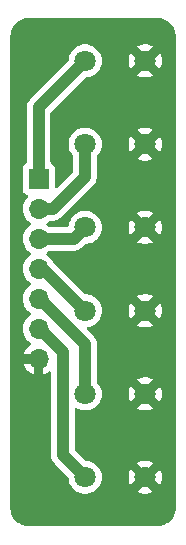
<source format=gbr>
%TF.GenerationSoftware,KiCad,Pcbnew,8.0.3*%
%TF.CreationDate,2024-06-18T10:03:54-04:00*%
%TF.ProjectId,breadboard_buttons,62726561-6462-46f6-9172-645f62757474,rev?*%
%TF.SameCoordinates,PX80befc0PY243d580*%
%TF.FileFunction,Copper,L2,Bot*%
%TF.FilePolarity,Positive*%
%FSLAX46Y46*%
G04 Gerber Fmt 4.6, Leading zero omitted, Abs format (unit mm)*
G04 Created by KiCad (PCBNEW 8.0.3) date 2024-06-18 10:03:54*
%MOMM*%
%LPD*%
G01*
G04 APERTURE LIST*
%TA.AperFunction,ComponentPad*%
%ADD10C,1.800000*%
%TD*%
%TA.AperFunction,ComponentPad*%
%ADD11O,1.700000X1.700000*%
%TD*%
%TA.AperFunction,ComponentPad*%
%ADD12R,1.700000X1.700000*%
%TD*%
%TA.AperFunction,Conductor*%
%ADD13C,1.000000*%
%TD*%
G04 APERTURE END LIST*
D10*
%TO.P,SW6,1,1*%
%TO.N,Net-(J1-Pin_6)*%
X7833000Y-40360000D03*
%TO.P,SW6,2,2*%
%TO.N,GND*%
X12913000Y-40360000D03*
%TD*%
%TO.P,SW5,1,1*%
%TO.N,Net-(J1-Pin_5)*%
X7833000Y-33310000D03*
%TO.P,SW5,2,2*%
%TO.N,GND*%
X12913000Y-33310000D03*
%TD*%
%TO.P,SW4,1,1*%
%TO.N,Net-(J1-Pin_4)*%
X7833000Y-26260000D03*
%TO.P,SW4,2,2*%
%TO.N,GND*%
X12913000Y-26260000D03*
%TD*%
%TO.P,SW3,1,1*%
%TO.N,Net-(J1-Pin_3)*%
X7833000Y-19210000D03*
%TO.P,SW3,2,2*%
%TO.N,GND*%
X12913000Y-19210000D03*
%TD*%
%TO.P,SW2,1,1*%
%TO.N,Net-(J1-Pin_2)*%
X7833000Y-12160000D03*
%TO.P,SW2,2,2*%
%TO.N,GND*%
X12913000Y-12160000D03*
%TD*%
%TO.P,SW1,1,1*%
%TO.N,Net-(J1-Pin_1)*%
X7833000Y-5110000D03*
%TO.P,SW1,2,2*%
%TO.N,GND*%
X12913000Y-5110000D03*
%TD*%
D11*
%TO.P,J1,7,Pin_7*%
%TO.N,GND*%
X3900000Y-30340000D03*
%TO.P,J1,6,Pin_6*%
%TO.N,Net-(J1-Pin_6)*%
X3900000Y-27800000D03*
%TO.P,J1,5,Pin_5*%
%TO.N,Net-(J1-Pin_5)*%
X3900000Y-25260000D03*
%TO.P,J1,4,Pin_4*%
%TO.N,Net-(J1-Pin_4)*%
X3900000Y-22720000D03*
%TO.P,J1,3,Pin_3*%
%TO.N,Net-(J1-Pin_3)*%
X3900000Y-20180000D03*
%TO.P,J1,2,Pin_2*%
%TO.N,Net-(J1-Pin_2)*%
X3900000Y-17640000D03*
D12*
%TO.P,J1,1,Pin_1*%
%TO.N,Net-(J1-Pin_1)*%
X3900000Y-15100000D03*
%TD*%
D13*
%TO.N,Net-(J1-Pin_6)*%
X3900000Y-27800000D02*
X3976296Y-27800000D01*
X5933000Y-38460000D02*
X7833000Y-40360000D01*
X3976296Y-27800000D02*
X5933000Y-29756704D01*
X5933000Y-29756704D02*
X5933000Y-38460000D01*
%TO.N,Net-(J1-Pin_5)*%
X3900000Y-25260000D02*
X3976296Y-25260000D01*
X3976296Y-25260000D02*
X7833000Y-29116704D01*
X7833000Y-29116704D02*
X7833000Y-33310000D01*
%TO.N,Net-(J1-Pin_4)*%
X3900000Y-22720000D02*
X4293000Y-22720000D01*
X4293000Y-22720000D02*
X7833000Y-26260000D01*
%TO.N,Net-(J1-Pin_3)*%
X3900000Y-20180000D02*
X6863000Y-20180000D01*
X6863000Y-20180000D02*
X7833000Y-19210000D01*
%TO.N,Net-(J1-Pin_2)*%
X3900000Y-17640000D02*
X5102081Y-17640000D01*
X5102081Y-17640000D02*
X7833000Y-14909081D01*
X7833000Y-14909081D02*
X7833000Y-12160000D01*
%TO.N,Net-(J1-Pin_1)*%
X3900000Y-15100000D02*
X3900000Y-9043000D01*
X3900000Y-9043000D02*
X7833000Y-5110000D01*
%TD*%
%TA.AperFunction,Conductor*%
%TO.N,GND*%
G36*
X4243039Y-29959685D02*
G01*
X4288794Y-30012489D01*
X4291351Y-30024245D01*
X4220036Y-29952930D01*
X4243039Y-29959685D01*
G37*
%TD.AperFunction*%
%TA.AperFunction,Conductor*%
G36*
X14004418Y-1500816D02*
G01*
X14204561Y-1515130D01*
X14222063Y-1517647D01*
X14413797Y-1559355D01*
X14430755Y-1564334D01*
X14614609Y-1632909D01*
X14630701Y-1640259D01*
X14802904Y-1734288D01*
X14817784Y-1743849D01*
X14974867Y-1861441D01*
X14988237Y-1873027D01*
X15126972Y-2011762D01*
X15138558Y-2025132D01*
X15256146Y-2182210D01*
X15265711Y-2197095D01*
X15359740Y-2369298D01*
X15367090Y-2385390D01*
X15435662Y-2569236D01*
X15440646Y-2586212D01*
X15482351Y-2777931D01*
X15484869Y-2795442D01*
X15499184Y-2995580D01*
X15499500Y-3004427D01*
X15499500Y-42995572D01*
X15499184Y-43004419D01*
X15484869Y-43204557D01*
X15482351Y-43222068D01*
X15440646Y-43413787D01*
X15435662Y-43430763D01*
X15367090Y-43614609D01*
X15359740Y-43630701D01*
X15265711Y-43802904D01*
X15256146Y-43817789D01*
X15138558Y-43974867D01*
X15126972Y-43988237D01*
X14988237Y-44126972D01*
X14974867Y-44138558D01*
X14817789Y-44256146D01*
X14802904Y-44265711D01*
X14630701Y-44359740D01*
X14614609Y-44367090D01*
X14430763Y-44435662D01*
X14413787Y-44440646D01*
X14222068Y-44482351D01*
X14204557Y-44484869D01*
X14023779Y-44497799D01*
X14004417Y-44499184D01*
X13995572Y-44499500D01*
X3004428Y-44499500D01*
X2995582Y-44499184D01*
X2973622Y-44497613D01*
X2795442Y-44484869D01*
X2777931Y-44482351D01*
X2586212Y-44440646D01*
X2569236Y-44435662D01*
X2385390Y-44367090D01*
X2369298Y-44359740D01*
X2197095Y-44265711D01*
X2182210Y-44256146D01*
X2025132Y-44138558D01*
X2011762Y-44126972D01*
X1873027Y-43988237D01*
X1861441Y-43974867D01*
X1743849Y-43817784D01*
X1734288Y-43802904D01*
X1640259Y-43630701D01*
X1632909Y-43614609D01*
X1572091Y-43451551D01*
X1564334Y-43430755D01*
X1559355Y-43413797D01*
X1517647Y-43222063D01*
X1515130Y-43204556D01*
X1500816Y-43004418D01*
X1500500Y-42995572D01*
X1500500Y-30740000D01*
X2609557Y-30740000D01*
X2626565Y-30803481D01*
X2626570Y-30803492D01*
X2726399Y-31017578D01*
X2861894Y-31211082D01*
X3028917Y-31378105D01*
X3222421Y-31513600D01*
X3436507Y-31613429D01*
X3436518Y-31613434D01*
X3499999Y-31630443D01*
X3500000Y-31630442D01*
X3500000Y-30740000D01*
X2609557Y-30740000D01*
X1500500Y-30740000D01*
X1500500Y-17639999D01*
X2544341Y-17639999D01*
X2544341Y-17640000D01*
X2564936Y-17875403D01*
X2564938Y-17875413D01*
X2626094Y-18103655D01*
X2626096Y-18103659D01*
X2626097Y-18103663D01*
X2659868Y-18176084D01*
X2725965Y-18317830D01*
X2725967Y-18317834D01*
X2861501Y-18511395D01*
X2861506Y-18511402D01*
X3028597Y-18678493D01*
X3028603Y-18678498D01*
X3214158Y-18808425D01*
X3257783Y-18863002D01*
X3264977Y-18932500D01*
X3233454Y-18994855D01*
X3214158Y-19011575D01*
X3028597Y-19141505D01*
X2861505Y-19308597D01*
X2725965Y-19502169D01*
X2725964Y-19502171D01*
X2626098Y-19716335D01*
X2626094Y-19716344D01*
X2564938Y-19944586D01*
X2564936Y-19944596D01*
X2544341Y-20179999D01*
X2544341Y-20180000D01*
X2564936Y-20415403D01*
X2564938Y-20415413D01*
X2626094Y-20643655D01*
X2626096Y-20643659D01*
X2626097Y-20643663D01*
X2703990Y-20810705D01*
X2725965Y-20857830D01*
X2725967Y-20857834D01*
X2861501Y-21051395D01*
X2861506Y-21051402D01*
X3028597Y-21218493D01*
X3028603Y-21218498D01*
X3214158Y-21348425D01*
X3257783Y-21403002D01*
X3264977Y-21472500D01*
X3233454Y-21534855D01*
X3214158Y-21551575D01*
X3028597Y-21681505D01*
X2861505Y-21848597D01*
X2725965Y-22042169D01*
X2725964Y-22042171D01*
X2626098Y-22256335D01*
X2626094Y-22256344D01*
X2564938Y-22484586D01*
X2564936Y-22484596D01*
X2544341Y-22719999D01*
X2544341Y-22720000D01*
X2564936Y-22955403D01*
X2564938Y-22955413D01*
X2626094Y-23183655D01*
X2626096Y-23183659D01*
X2626097Y-23183663D01*
X2725965Y-23397830D01*
X2725967Y-23397834D01*
X2861501Y-23591395D01*
X2861506Y-23591402D01*
X3028597Y-23758493D01*
X3028603Y-23758498D01*
X3214158Y-23888425D01*
X3257783Y-23943002D01*
X3264977Y-24012500D01*
X3233454Y-24074855D01*
X3214158Y-24091575D01*
X3028597Y-24221505D01*
X2861505Y-24388597D01*
X2725965Y-24582169D01*
X2725964Y-24582171D01*
X2626098Y-24796335D01*
X2626094Y-24796344D01*
X2564938Y-25024586D01*
X2564936Y-25024596D01*
X2544341Y-25259999D01*
X2544341Y-25260000D01*
X2564936Y-25495403D01*
X2564938Y-25495413D01*
X2626094Y-25723655D01*
X2626096Y-25723659D01*
X2626097Y-25723663D01*
X2689626Y-25859901D01*
X2725965Y-25937830D01*
X2725967Y-25937834D01*
X2861501Y-26131395D01*
X2861506Y-26131402D01*
X3028597Y-26298493D01*
X3028603Y-26298498D01*
X3214158Y-26428425D01*
X3257783Y-26483002D01*
X3264977Y-26552500D01*
X3233454Y-26614855D01*
X3214158Y-26631575D01*
X3028597Y-26761505D01*
X2861505Y-26928597D01*
X2725965Y-27122169D01*
X2725964Y-27122171D01*
X2626098Y-27336335D01*
X2626094Y-27336344D01*
X2564938Y-27564586D01*
X2564936Y-27564596D01*
X2544341Y-27799999D01*
X2544341Y-27800000D01*
X2564936Y-28035403D01*
X2564938Y-28035413D01*
X2626094Y-28263655D01*
X2626096Y-28263659D01*
X2626097Y-28263663D01*
X2661491Y-28339565D01*
X2725965Y-28477830D01*
X2725967Y-28477834D01*
X2861501Y-28671395D01*
X2861506Y-28671402D01*
X3028597Y-28838493D01*
X3028603Y-28838498D01*
X3214594Y-28968730D01*
X3258219Y-29023307D01*
X3265413Y-29092805D01*
X3233890Y-29155160D01*
X3214595Y-29171880D01*
X3028922Y-29301890D01*
X3028920Y-29301891D01*
X2861891Y-29468920D01*
X2861886Y-29468926D01*
X2726400Y-29662420D01*
X2726399Y-29662422D01*
X2626570Y-29876507D01*
X2626565Y-29876518D01*
X2609556Y-29939999D01*
X2609557Y-29940000D01*
X3592894Y-29940000D01*
X3499901Y-30032993D01*
X3434075Y-30147007D01*
X3400000Y-30274174D01*
X3400000Y-30405826D01*
X3434075Y-30532993D01*
X3499901Y-30647007D01*
X3592993Y-30740099D01*
X3707007Y-30805925D01*
X3834174Y-30840000D01*
X3965826Y-30840000D01*
X4092993Y-30805925D01*
X4207007Y-30740099D01*
X4300000Y-30647106D01*
X4300000Y-31630443D01*
X4363481Y-31613434D01*
X4363492Y-31613429D01*
X4577579Y-31513599D01*
X4577585Y-31513595D01*
X4737376Y-31401708D01*
X4803582Y-31379380D01*
X4871349Y-31396390D01*
X4919163Y-31447337D01*
X4932500Y-31503282D01*
X4932500Y-38558541D01*
X4932500Y-38558543D01*
X4932499Y-38558543D01*
X4970947Y-38751829D01*
X4970950Y-38751839D01*
X5046364Y-38933907D01*
X5046371Y-38933920D01*
X5155859Y-39097780D01*
X5155860Y-39097781D01*
X5155861Y-39097782D01*
X5295218Y-39237139D01*
X5295219Y-39237139D01*
X5302286Y-39244206D01*
X5302285Y-39244206D01*
X5302289Y-39244209D01*
X6396427Y-40338347D01*
X6429912Y-40399670D01*
X6432322Y-40415788D01*
X6446864Y-40591297D01*
X6446866Y-40591308D01*
X6503842Y-40816300D01*
X6597075Y-41028848D01*
X6724016Y-41223147D01*
X6724019Y-41223151D01*
X6724021Y-41223153D01*
X6881216Y-41393913D01*
X6881219Y-41393915D01*
X6881222Y-41393918D01*
X7064365Y-41536464D01*
X7064371Y-41536468D01*
X7064374Y-41536470D01*
X7166107Y-41591525D01*
X7267652Y-41646479D01*
X7268497Y-41646936D01*
X7382487Y-41686068D01*
X7488015Y-41722297D01*
X7488017Y-41722297D01*
X7488019Y-41722298D01*
X7716951Y-41760500D01*
X7716952Y-41760500D01*
X7949048Y-41760500D01*
X7949049Y-41760500D01*
X8177981Y-41722298D01*
X8397503Y-41646936D01*
X8499893Y-41591525D01*
X12247159Y-41591525D01*
X12348698Y-41646476D01*
X12348706Y-41646479D01*
X12568139Y-41721811D01*
X12796993Y-41760000D01*
X13029007Y-41760000D01*
X13257860Y-41721811D01*
X13477292Y-41646480D01*
X13578839Y-41591525D01*
X12913001Y-40925685D01*
X12913000Y-40925685D01*
X12247159Y-41591525D01*
X8499893Y-41591525D01*
X8601626Y-41536470D01*
X8784784Y-41393913D01*
X8941979Y-41223153D01*
X9068924Y-41028849D01*
X9162157Y-40816300D01*
X9219134Y-40591305D01*
X9219135Y-40591297D01*
X9238300Y-40360006D01*
X9238300Y-40359994D01*
X11508202Y-40359994D01*
X11508202Y-40360005D01*
X11527361Y-40591218D01*
X11584317Y-40816135D01*
X11677515Y-41028605D01*
X11677517Y-41028610D01*
X11677986Y-41029326D01*
X12347314Y-40360000D01*
X12281488Y-40294174D01*
X12413000Y-40294174D01*
X12413000Y-40425826D01*
X12447075Y-40552993D01*
X12512901Y-40667007D01*
X12605993Y-40760099D01*
X12720007Y-40825925D01*
X12847174Y-40860000D01*
X12978826Y-40860000D01*
X13105993Y-40825925D01*
X13220007Y-40760099D01*
X13313099Y-40667007D01*
X13378925Y-40552993D01*
X13413000Y-40425826D01*
X13413000Y-40360000D01*
X13478684Y-40360000D01*
X14148012Y-41029327D01*
X14148013Y-41029326D01*
X14148480Y-41028614D01*
X14148484Y-41028606D01*
X14241682Y-40816135D01*
X14298638Y-40591218D01*
X14317798Y-40360005D01*
X14317798Y-40359994D01*
X14298638Y-40128781D01*
X14241682Y-39903864D01*
X14148485Y-39691394D01*
X14148479Y-39691384D01*
X14148013Y-39690672D01*
X13478684Y-40360000D01*
X13413000Y-40360000D01*
X13413000Y-40294174D01*
X13378925Y-40167007D01*
X13313099Y-40052993D01*
X13220007Y-39959901D01*
X13105993Y-39894075D01*
X12978826Y-39860000D01*
X12847174Y-39860000D01*
X12720007Y-39894075D01*
X12605993Y-39959901D01*
X12512901Y-40052993D01*
X12447075Y-40167007D01*
X12413000Y-40294174D01*
X12281488Y-40294174D01*
X11677986Y-39690672D01*
X11677985Y-39690672D01*
X11677519Y-39691385D01*
X11677516Y-39691391D01*
X11584317Y-39903864D01*
X11527361Y-40128781D01*
X11508202Y-40359994D01*
X9238300Y-40359994D01*
X9238300Y-40359993D01*
X9219135Y-40128702D01*
X9219133Y-40128691D01*
X9162157Y-39903699D01*
X9068924Y-39691151D01*
X8941983Y-39496852D01*
X8941980Y-39496849D01*
X8941979Y-39496847D01*
X8784784Y-39326087D01*
X8784779Y-39326083D01*
X8784777Y-39326081D01*
X8601634Y-39183535D01*
X8601628Y-39183531D01*
X8499890Y-39128473D01*
X12247158Y-39128473D01*
X12913000Y-39794314D01*
X12913001Y-39794314D01*
X13578839Y-39128473D01*
X13578840Y-39128473D01*
X13477301Y-39073523D01*
X13477293Y-39073520D01*
X13257860Y-38998188D01*
X13029007Y-38960000D01*
X12796993Y-38960000D01*
X12568139Y-38998188D01*
X12348703Y-39073521D01*
X12348692Y-39073526D01*
X12247158Y-39128473D01*
X8499890Y-39128473D01*
X8397504Y-39073064D01*
X8397495Y-39073061D01*
X8177984Y-38997702D01*
X8006282Y-38969050D01*
X7949049Y-38959500D01*
X7949048Y-38959500D01*
X7898783Y-38959500D01*
X7831744Y-38939815D01*
X7811102Y-38923181D01*
X6969819Y-38081898D01*
X6936334Y-38020575D01*
X6933500Y-37994217D01*
X6933500Y-34623743D01*
X6953185Y-34556704D01*
X7005989Y-34510949D01*
X7075147Y-34501005D01*
X7116518Y-34514689D01*
X7268486Y-34596931D01*
X7268492Y-34596933D01*
X7268497Y-34596936D01*
X7346583Y-34623743D01*
X7488015Y-34672297D01*
X7488017Y-34672297D01*
X7488019Y-34672298D01*
X7716951Y-34710500D01*
X7716952Y-34710500D01*
X7949048Y-34710500D01*
X7949049Y-34710500D01*
X8177981Y-34672298D01*
X8397503Y-34596936D01*
X8499893Y-34541525D01*
X12247159Y-34541525D01*
X12348698Y-34596476D01*
X12348706Y-34596479D01*
X12568139Y-34671811D01*
X12796993Y-34710000D01*
X13029007Y-34710000D01*
X13257860Y-34671811D01*
X13477292Y-34596480D01*
X13578839Y-34541525D01*
X12913001Y-33875685D01*
X12913000Y-33875685D01*
X12247159Y-34541525D01*
X8499893Y-34541525D01*
X8601626Y-34486470D01*
X8784784Y-34343913D01*
X8941979Y-34173153D01*
X9068924Y-33978849D01*
X9162157Y-33766300D01*
X9219134Y-33541305D01*
X9219135Y-33541297D01*
X9238300Y-33310006D01*
X9238300Y-33309994D01*
X11508202Y-33309994D01*
X11508202Y-33310005D01*
X11527361Y-33541218D01*
X11584317Y-33766135D01*
X11677515Y-33978605D01*
X11677517Y-33978610D01*
X11677986Y-33979326D01*
X12347314Y-33310000D01*
X12281488Y-33244174D01*
X12413000Y-33244174D01*
X12413000Y-33375826D01*
X12447075Y-33502993D01*
X12512901Y-33617007D01*
X12605993Y-33710099D01*
X12720007Y-33775925D01*
X12847174Y-33810000D01*
X12978826Y-33810000D01*
X13105993Y-33775925D01*
X13220007Y-33710099D01*
X13313099Y-33617007D01*
X13378925Y-33502993D01*
X13413000Y-33375826D01*
X13413000Y-33310000D01*
X13478684Y-33310000D01*
X14148012Y-33979327D01*
X14148013Y-33979326D01*
X14148480Y-33978614D01*
X14148484Y-33978606D01*
X14241682Y-33766135D01*
X14298638Y-33541218D01*
X14317798Y-33310005D01*
X14317798Y-33309994D01*
X14298638Y-33078781D01*
X14241682Y-32853864D01*
X14148485Y-32641394D01*
X14148479Y-32641384D01*
X14148013Y-32640672D01*
X13478684Y-33310000D01*
X13413000Y-33310000D01*
X13413000Y-33244174D01*
X13378925Y-33117007D01*
X13313099Y-33002993D01*
X13220007Y-32909901D01*
X13105993Y-32844075D01*
X12978826Y-32810000D01*
X12847174Y-32810000D01*
X12720007Y-32844075D01*
X12605993Y-32909901D01*
X12512901Y-33002993D01*
X12447075Y-33117007D01*
X12413000Y-33244174D01*
X12281488Y-33244174D01*
X11677986Y-32640672D01*
X11677985Y-32640672D01*
X11677519Y-32641385D01*
X11677516Y-32641391D01*
X11584317Y-32853864D01*
X11527361Y-33078781D01*
X11508202Y-33309994D01*
X9238300Y-33309994D01*
X9238300Y-33309993D01*
X9219135Y-33078702D01*
X9219133Y-33078691D01*
X9162157Y-32853699D01*
X9068924Y-32641151D01*
X8941979Y-32446846D01*
X8941977Y-32446844D01*
X8866270Y-32364603D01*
X8835348Y-32301948D01*
X8833500Y-32280621D01*
X8833500Y-32078473D01*
X12247158Y-32078473D01*
X12913000Y-32744314D01*
X12913001Y-32744314D01*
X13578839Y-32078473D01*
X13578840Y-32078473D01*
X13477301Y-32023523D01*
X13477293Y-32023520D01*
X13257860Y-31948188D01*
X13029007Y-31910000D01*
X12796993Y-31910000D01*
X12568139Y-31948188D01*
X12348703Y-32023521D01*
X12348692Y-32023526D01*
X12247158Y-32078473D01*
X8833500Y-32078473D01*
X8833500Y-29018162D01*
X8833499Y-29018159D01*
X8804043Y-28870071D01*
X8795053Y-28824874D01*
X8795051Y-28824869D01*
X8766609Y-28756204D01*
X8766609Y-28756203D01*
X8719635Y-28642797D01*
X8719634Y-28642796D01*
X8719632Y-28642790D01*
X8719628Y-28642784D01*
X8610139Y-28478921D01*
X8467686Y-28336468D01*
X8467655Y-28336439D01*
X7984555Y-27853339D01*
X7951070Y-27792016D01*
X7956054Y-27722324D01*
X7997926Y-27666391D01*
X8051825Y-27643349D01*
X8177981Y-27622298D01*
X8397503Y-27546936D01*
X8499893Y-27491525D01*
X12247159Y-27491525D01*
X12348698Y-27546476D01*
X12348706Y-27546479D01*
X12568139Y-27621811D01*
X12796993Y-27660000D01*
X13029007Y-27660000D01*
X13257860Y-27621811D01*
X13477292Y-27546480D01*
X13578839Y-27491525D01*
X12913001Y-26825685D01*
X12913000Y-26825685D01*
X12247159Y-27491525D01*
X8499893Y-27491525D01*
X8601626Y-27436470D01*
X8784784Y-27293913D01*
X8941979Y-27123153D01*
X9068924Y-26928849D01*
X9162157Y-26716300D01*
X9219134Y-26491305D01*
X9219135Y-26491297D01*
X9238300Y-26260006D01*
X9238300Y-26259994D01*
X11508202Y-26259994D01*
X11508202Y-26260005D01*
X11527361Y-26491218D01*
X11584317Y-26716135D01*
X11677515Y-26928605D01*
X11677517Y-26928610D01*
X11677986Y-26929326D01*
X12347314Y-26260000D01*
X12281488Y-26194174D01*
X12413000Y-26194174D01*
X12413000Y-26325826D01*
X12447075Y-26452993D01*
X12512901Y-26567007D01*
X12605993Y-26660099D01*
X12720007Y-26725925D01*
X12847174Y-26760000D01*
X12978826Y-26760000D01*
X13105993Y-26725925D01*
X13220007Y-26660099D01*
X13313099Y-26567007D01*
X13378925Y-26452993D01*
X13413000Y-26325826D01*
X13413000Y-26260000D01*
X13478684Y-26260000D01*
X14148012Y-26929327D01*
X14148013Y-26929326D01*
X14148480Y-26928614D01*
X14148484Y-26928606D01*
X14241682Y-26716135D01*
X14298638Y-26491218D01*
X14317798Y-26260005D01*
X14317798Y-26259994D01*
X14298638Y-26028781D01*
X14241682Y-25803864D01*
X14148485Y-25591394D01*
X14148479Y-25591384D01*
X14148013Y-25590672D01*
X13478684Y-26260000D01*
X13413000Y-26260000D01*
X13413000Y-26194174D01*
X13378925Y-26067007D01*
X13313099Y-25952993D01*
X13220007Y-25859901D01*
X13105993Y-25794075D01*
X12978826Y-25760000D01*
X12847174Y-25760000D01*
X12720007Y-25794075D01*
X12605993Y-25859901D01*
X12512901Y-25952993D01*
X12447075Y-26067007D01*
X12413000Y-26194174D01*
X12281488Y-26194174D01*
X11677986Y-25590672D01*
X11677985Y-25590672D01*
X11677519Y-25591385D01*
X11677516Y-25591391D01*
X11584317Y-25803864D01*
X11527361Y-26028781D01*
X11508202Y-26259994D01*
X9238300Y-26259994D01*
X9238300Y-26259993D01*
X9219135Y-26028702D01*
X9219133Y-26028691D01*
X9162157Y-25803699D01*
X9068924Y-25591151D01*
X8941983Y-25396852D01*
X8941980Y-25396849D01*
X8941979Y-25396847D01*
X8784784Y-25226087D01*
X8784779Y-25226083D01*
X8784777Y-25226081D01*
X8601634Y-25083535D01*
X8601628Y-25083531D01*
X8499890Y-25028473D01*
X12247158Y-25028473D01*
X12913000Y-25694314D01*
X12913001Y-25694314D01*
X13578839Y-25028473D01*
X13578840Y-25028473D01*
X13477301Y-24973523D01*
X13477293Y-24973520D01*
X13257860Y-24898188D01*
X13029007Y-24860000D01*
X12796993Y-24860000D01*
X12568139Y-24898188D01*
X12348703Y-24973521D01*
X12348692Y-24973526D01*
X12247158Y-25028473D01*
X8499890Y-25028473D01*
X8397504Y-24973064D01*
X8397495Y-24973061D01*
X8177984Y-24897702D01*
X8006282Y-24869050D01*
X7949049Y-24859500D01*
X7949048Y-24859500D01*
X7898782Y-24859500D01*
X7831743Y-24839815D01*
X7811101Y-24823181D01*
X5127892Y-22139972D01*
X5103191Y-22104696D01*
X5074035Y-22042171D01*
X5074034Y-22042169D01*
X4938494Y-21848597D01*
X4771402Y-21681506D01*
X4771396Y-21681501D01*
X4585842Y-21551575D01*
X4542217Y-21496998D01*
X4535023Y-21427500D01*
X4566546Y-21365145D01*
X4585842Y-21348425D01*
X4608026Y-21332891D01*
X4771401Y-21218495D01*
X4773077Y-21216819D01*
X4773995Y-21216317D01*
X4775544Y-21215018D01*
X4775805Y-21215329D01*
X4834400Y-21183334D01*
X4860758Y-21180500D01*
X6961542Y-21180500D01*
X6980870Y-21176655D01*
X7058188Y-21161275D01*
X7154836Y-21142051D01*
X7208165Y-21119961D01*
X7336914Y-21066632D01*
X7500782Y-20957139D01*
X7640139Y-20817782D01*
X7640141Y-20817778D01*
X7811102Y-20646817D01*
X7872425Y-20613334D01*
X7898782Y-20610500D01*
X7949048Y-20610500D01*
X7949049Y-20610500D01*
X8177981Y-20572298D01*
X8397503Y-20496936D01*
X8499893Y-20441525D01*
X12247159Y-20441525D01*
X12348698Y-20496476D01*
X12348706Y-20496479D01*
X12568139Y-20571811D01*
X12796993Y-20610000D01*
X13029007Y-20610000D01*
X13257860Y-20571811D01*
X13477292Y-20496480D01*
X13578839Y-20441525D01*
X12913001Y-19775685D01*
X12913000Y-19775685D01*
X12247159Y-20441525D01*
X8499893Y-20441525D01*
X8601626Y-20386470D01*
X8784784Y-20243913D01*
X8941979Y-20073153D01*
X9068924Y-19878849D01*
X9162157Y-19666300D01*
X9219134Y-19441305D01*
X9219135Y-19441297D01*
X9238300Y-19210006D01*
X9238300Y-19209994D01*
X11508202Y-19209994D01*
X11508202Y-19210005D01*
X11527361Y-19441218D01*
X11584317Y-19666135D01*
X11677515Y-19878605D01*
X11677517Y-19878610D01*
X11677986Y-19879326D01*
X12347314Y-19210000D01*
X12281488Y-19144174D01*
X12413000Y-19144174D01*
X12413000Y-19275826D01*
X12447075Y-19402993D01*
X12512901Y-19517007D01*
X12605993Y-19610099D01*
X12720007Y-19675925D01*
X12847174Y-19710000D01*
X12978826Y-19710000D01*
X13105993Y-19675925D01*
X13220007Y-19610099D01*
X13313099Y-19517007D01*
X13378925Y-19402993D01*
X13413000Y-19275826D01*
X13413000Y-19210000D01*
X13478684Y-19210000D01*
X14148012Y-19879327D01*
X14148013Y-19879326D01*
X14148480Y-19878614D01*
X14148484Y-19878606D01*
X14241682Y-19666135D01*
X14298638Y-19441218D01*
X14317798Y-19210005D01*
X14317798Y-19209994D01*
X14298638Y-18978781D01*
X14241682Y-18753864D01*
X14148485Y-18541394D01*
X14148479Y-18541384D01*
X14148013Y-18540672D01*
X13478684Y-19210000D01*
X13413000Y-19210000D01*
X13413000Y-19144174D01*
X13378925Y-19017007D01*
X13313099Y-18902993D01*
X13220007Y-18809901D01*
X13105993Y-18744075D01*
X12978826Y-18710000D01*
X12847174Y-18710000D01*
X12720007Y-18744075D01*
X12605993Y-18809901D01*
X12512901Y-18902993D01*
X12447075Y-19017007D01*
X12413000Y-19144174D01*
X12281488Y-19144174D01*
X11677986Y-18540672D01*
X11677985Y-18540672D01*
X11677519Y-18541385D01*
X11677516Y-18541391D01*
X11584317Y-18753864D01*
X11527361Y-18978781D01*
X11508202Y-19209994D01*
X9238300Y-19209994D01*
X9238300Y-19209993D01*
X9219135Y-18978702D01*
X9219133Y-18978691D01*
X9162157Y-18753699D01*
X9068924Y-18541151D01*
X8941983Y-18346852D01*
X8941980Y-18346849D01*
X8941979Y-18346847D01*
X8784784Y-18176087D01*
X8784779Y-18176083D01*
X8784777Y-18176081D01*
X8601634Y-18033535D01*
X8601628Y-18033531D01*
X8499890Y-17978473D01*
X12247158Y-17978473D01*
X12913000Y-18644314D01*
X12913001Y-18644314D01*
X13578839Y-17978473D01*
X13578840Y-17978473D01*
X13477301Y-17923523D01*
X13477293Y-17923520D01*
X13257860Y-17848188D01*
X13029007Y-17810000D01*
X12796993Y-17810000D01*
X12568139Y-17848188D01*
X12348703Y-17923521D01*
X12348692Y-17923526D01*
X12247158Y-17978473D01*
X8499890Y-17978473D01*
X8397504Y-17923064D01*
X8397495Y-17923061D01*
X8177984Y-17847702D01*
X8006282Y-17819050D01*
X7949049Y-17809500D01*
X7716951Y-17809500D01*
X7671164Y-17817140D01*
X7488015Y-17847702D01*
X7268504Y-17923061D01*
X7268495Y-17923064D01*
X7064371Y-18033531D01*
X7064365Y-18033535D01*
X6881222Y-18176081D01*
X6881219Y-18176084D01*
X6724016Y-18346852D01*
X6597075Y-18541151D01*
X6503842Y-18753699D01*
X6446866Y-18978691D01*
X6446866Y-18978695D01*
X6439653Y-19065740D01*
X6414500Y-19130925D01*
X6358098Y-19172163D01*
X6316077Y-19179500D01*
X4860758Y-19179500D01*
X4793719Y-19159815D01*
X4773077Y-19143181D01*
X4771402Y-19141506D01*
X4771396Y-19141501D01*
X4585842Y-19011575D01*
X4542217Y-18956998D01*
X4535023Y-18887500D01*
X4566546Y-18825145D01*
X4585842Y-18808425D01*
X4663997Y-18753700D01*
X4771401Y-18678495D01*
X4773077Y-18676819D01*
X4773995Y-18676317D01*
X4775544Y-18675018D01*
X4775805Y-18675329D01*
X4834400Y-18643334D01*
X4860758Y-18640500D01*
X5200623Y-18640500D01*
X5219951Y-18636655D01*
X5297269Y-18621275D01*
X5393917Y-18602051D01*
X5465937Y-18572219D01*
X5575995Y-18526632D01*
X5739863Y-18417139D01*
X5879220Y-18277782D01*
X5879220Y-18277780D01*
X5889428Y-18267573D01*
X5889429Y-18267570D01*
X8610140Y-15546862D01*
X8719632Y-15382995D01*
X8795052Y-15200916D01*
X8833500Y-15007621D01*
X8833500Y-14810540D01*
X8833500Y-13391525D01*
X12247159Y-13391525D01*
X12348698Y-13446476D01*
X12348706Y-13446479D01*
X12568139Y-13521811D01*
X12796993Y-13560000D01*
X13029007Y-13560000D01*
X13257860Y-13521811D01*
X13477292Y-13446480D01*
X13578839Y-13391525D01*
X12913001Y-12725685D01*
X12913000Y-12725685D01*
X12247159Y-13391525D01*
X8833500Y-13391525D01*
X8833500Y-13189377D01*
X8853185Y-13122338D01*
X8866264Y-13105401D01*
X8941979Y-13023153D01*
X9068924Y-12828849D01*
X9162157Y-12616300D01*
X9219134Y-12391305D01*
X9219135Y-12391297D01*
X9238300Y-12160006D01*
X9238300Y-12159994D01*
X11508202Y-12159994D01*
X11508202Y-12160005D01*
X11527361Y-12391218D01*
X11584317Y-12616135D01*
X11677515Y-12828605D01*
X11677517Y-12828610D01*
X11677986Y-12829326D01*
X12347314Y-12160000D01*
X12281488Y-12094174D01*
X12413000Y-12094174D01*
X12413000Y-12225826D01*
X12447075Y-12352993D01*
X12512901Y-12467007D01*
X12605993Y-12560099D01*
X12720007Y-12625925D01*
X12847174Y-12660000D01*
X12978826Y-12660000D01*
X13105993Y-12625925D01*
X13220007Y-12560099D01*
X13313099Y-12467007D01*
X13378925Y-12352993D01*
X13413000Y-12225826D01*
X13413000Y-12160000D01*
X13478684Y-12160000D01*
X14148012Y-12829327D01*
X14148013Y-12829326D01*
X14148480Y-12828614D01*
X14148484Y-12828606D01*
X14241682Y-12616135D01*
X14298638Y-12391218D01*
X14317798Y-12160005D01*
X14317798Y-12159994D01*
X14298638Y-11928781D01*
X14241682Y-11703864D01*
X14148485Y-11491394D01*
X14148479Y-11491384D01*
X14148013Y-11490672D01*
X13478684Y-12160000D01*
X13413000Y-12160000D01*
X13413000Y-12094174D01*
X13378925Y-11967007D01*
X13313099Y-11852993D01*
X13220007Y-11759901D01*
X13105993Y-11694075D01*
X12978826Y-11660000D01*
X12847174Y-11660000D01*
X12720007Y-11694075D01*
X12605993Y-11759901D01*
X12512901Y-11852993D01*
X12447075Y-11967007D01*
X12413000Y-12094174D01*
X12281488Y-12094174D01*
X11677986Y-11490672D01*
X11677985Y-11490672D01*
X11677519Y-11491385D01*
X11677516Y-11491391D01*
X11584317Y-11703864D01*
X11527361Y-11928781D01*
X11508202Y-12159994D01*
X9238300Y-12159994D01*
X9238300Y-12159993D01*
X9219135Y-11928702D01*
X9219133Y-11928691D01*
X9162157Y-11703699D01*
X9068924Y-11491151D01*
X8941983Y-11296852D01*
X8941980Y-11296849D01*
X8941979Y-11296847D01*
X8784784Y-11126087D01*
X8784779Y-11126083D01*
X8784777Y-11126081D01*
X8601634Y-10983535D01*
X8601628Y-10983531D01*
X8499890Y-10928473D01*
X12247158Y-10928473D01*
X12913000Y-11594314D01*
X12913001Y-11594314D01*
X13578839Y-10928473D01*
X13578840Y-10928473D01*
X13477301Y-10873523D01*
X13477293Y-10873520D01*
X13257860Y-10798188D01*
X13029007Y-10760000D01*
X12796993Y-10760000D01*
X12568139Y-10798188D01*
X12348703Y-10873521D01*
X12348692Y-10873526D01*
X12247158Y-10928473D01*
X8499890Y-10928473D01*
X8397504Y-10873064D01*
X8397495Y-10873061D01*
X8177984Y-10797702D01*
X8006282Y-10769050D01*
X7949049Y-10759500D01*
X7716951Y-10759500D01*
X7671164Y-10767140D01*
X7488015Y-10797702D01*
X7268504Y-10873061D01*
X7268495Y-10873064D01*
X7064371Y-10983531D01*
X7064365Y-10983535D01*
X6881222Y-11126081D01*
X6881219Y-11126084D01*
X6724016Y-11296852D01*
X6597075Y-11491151D01*
X6503842Y-11703699D01*
X6446866Y-11928691D01*
X6446864Y-11928702D01*
X6427700Y-12159993D01*
X6427700Y-12160006D01*
X6446864Y-12391297D01*
X6446866Y-12391308D01*
X6503842Y-12616300D01*
X6597075Y-12828848D01*
X6724016Y-13023147D01*
X6724019Y-13023151D01*
X6724021Y-13023153D01*
X6799731Y-13105396D01*
X6830652Y-13168049D01*
X6832500Y-13189377D01*
X6832500Y-14443298D01*
X6812815Y-14510337D01*
X6796181Y-14530979D01*
X5462180Y-15864979D01*
X5400857Y-15898464D01*
X5331165Y-15893480D01*
X5275232Y-15851608D01*
X5250815Y-15786144D01*
X5250499Y-15777322D01*
X5250499Y-14202128D01*
X5244091Y-14142517D01*
X5193796Y-14007669D01*
X5193795Y-14007668D01*
X5193793Y-14007664D01*
X5107547Y-13892455D01*
X5107544Y-13892452D01*
X4992335Y-13806206D01*
X4992332Y-13806205D01*
X4992331Y-13806204D01*
X4981161Y-13802038D01*
X4925231Y-13760166D01*
X4900816Y-13694701D01*
X4900500Y-13685858D01*
X4900500Y-9508782D01*
X4920185Y-9441743D01*
X4936819Y-9421101D01*
X7811101Y-6546819D01*
X7872424Y-6513334D01*
X7898782Y-6510500D01*
X7949048Y-6510500D01*
X7949049Y-6510500D01*
X8177981Y-6472298D01*
X8397503Y-6396936D01*
X8499893Y-6341525D01*
X12247159Y-6341525D01*
X12348698Y-6396476D01*
X12348706Y-6396479D01*
X12568139Y-6471811D01*
X12796993Y-6510000D01*
X13029007Y-6510000D01*
X13257860Y-6471811D01*
X13477292Y-6396480D01*
X13578839Y-6341525D01*
X12913001Y-5675685D01*
X12913000Y-5675685D01*
X12247159Y-6341525D01*
X8499893Y-6341525D01*
X8601626Y-6286470D01*
X8784784Y-6143913D01*
X8941979Y-5973153D01*
X9068924Y-5778849D01*
X9162157Y-5566300D01*
X9219134Y-5341305D01*
X9219135Y-5341297D01*
X9238300Y-5110006D01*
X9238300Y-5109994D01*
X11508202Y-5109994D01*
X11508202Y-5110005D01*
X11527361Y-5341218D01*
X11584317Y-5566135D01*
X11677515Y-5778605D01*
X11677517Y-5778610D01*
X11677986Y-5779326D01*
X12347314Y-5110000D01*
X12281488Y-5044174D01*
X12413000Y-5044174D01*
X12413000Y-5175826D01*
X12447075Y-5302993D01*
X12512901Y-5417007D01*
X12605993Y-5510099D01*
X12720007Y-5575925D01*
X12847174Y-5610000D01*
X12978826Y-5610000D01*
X13105993Y-5575925D01*
X13220007Y-5510099D01*
X13313099Y-5417007D01*
X13378925Y-5302993D01*
X13413000Y-5175826D01*
X13413000Y-5110000D01*
X13478684Y-5110000D01*
X14148012Y-5779327D01*
X14148013Y-5779326D01*
X14148480Y-5778614D01*
X14148484Y-5778606D01*
X14241682Y-5566135D01*
X14298638Y-5341218D01*
X14317798Y-5110005D01*
X14317798Y-5109994D01*
X14298638Y-4878781D01*
X14241682Y-4653864D01*
X14148485Y-4441394D01*
X14148479Y-4441384D01*
X14148013Y-4440672D01*
X13478684Y-5110000D01*
X13413000Y-5110000D01*
X13413000Y-5044174D01*
X13378925Y-4917007D01*
X13313099Y-4802993D01*
X13220007Y-4709901D01*
X13105993Y-4644075D01*
X12978826Y-4610000D01*
X12847174Y-4610000D01*
X12720007Y-4644075D01*
X12605993Y-4709901D01*
X12512901Y-4802993D01*
X12447075Y-4917007D01*
X12413000Y-5044174D01*
X12281488Y-5044174D01*
X11677986Y-4440672D01*
X11677985Y-4440672D01*
X11677519Y-4441385D01*
X11677516Y-4441391D01*
X11584317Y-4653864D01*
X11527361Y-4878781D01*
X11508202Y-5109994D01*
X9238300Y-5109994D01*
X9238300Y-5109993D01*
X9219135Y-4878702D01*
X9219133Y-4878691D01*
X9162157Y-4653699D01*
X9068924Y-4441151D01*
X8941983Y-4246852D01*
X8941980Y-4246849D01*
X8941979Y-4246847D01*
X8784784Y-4076087D01*
X8784779Y-4076083D01*
X8784777Y-4076081D01*
X8601634Y-3933535D01*
X8601628Y-3933531D01*
X8499890Y-3878473D01*
X12247158Y-3878473D01*
X12913000Y-4544314D01*
X12913001Y-4544314D01*
X13578839Y-3878473D01*
X13578840Y-3878473D01*
X13477301Y-3823523D01*
X13477293Y-3823520D01*
X13257860Y-3748188D01*
X13029007Y-3710000D01*
X12796993Y-3710000D01*
X12568139Y-3748188D01*
X12348703Y-3823521D01*
X12348692Y-3823526D01*
X12247158Y-3878473D01*
X8499890Y-3878473D01*
X8397504Y-3823064D01*
X8397495Y-3823061D01*
X8177984Y-3747702D01*
X8006282Y-3719050D01*
X7949049Y-3709500D01*
X7716951Y-3709500D01*
X7671164Y-3717140D01*
X7488015Y-3747702D01*
X7268504Y-3823061D01*
X7268495Y-3823064D01*
X7064371Y-3933531D01*
X7064365Y-3933535D01*
X6881222Y-4076081D01*
X6881219Y-4076084D01*
X6724016Y-4246852D01*
X6597075Y-4441151D01*
X6503842Y-4653699D01*
X6446866Y-4878691D01*
X6446864Y-4878703D01*
X6432322Y-5054210D01*
X6407169Y-5119395D01*
X6396427Y-5131651D01*
X3262221Y-8265858D01*
X3262218Y-8265861D01*
X3192538Y-8335540D01*
X3122859Y-8405219D01*
X3013371Y-8569079D01*
X3013364Y-8569092D01*
X2937950Y-8751160D01*
X2937947Y-8751170D01*
X2899500Y-8944456D01*
X2899500Y-13685858D01*
X2879815Y-13752897D01*
X2827011Y-13798652D01*
X2818847Y-13802034D01*
X2807669Y-13806204D01*
X2807664Y-13806206D01*
X2692455Y-13892452D01*
X2692452Y-13892455D01*
X2606206Y-14007664D01*
X2606202Y-14007671D01*
X2555908Y-14142517D01*
X2549501Y-14202116D01*
X2549501Y-14202123D01*
X2549500Y-14202135D01*
X2549500Y-15997870D01*
X2549501Y-15997876D01*
X2555908Y-16057483D01*
X2606202Y-16192328D01*
X2606206Y-16192335D01*
X2692452Y-16307544D01*
X2692455Y-16307547D01*
X2807664Y-16393793D01*
X2807671Y-16393797D01*
X2939081Y-16442810D01*
X2995015Y-16484681D01*
X3019432Y-16550145D01*
X3004580Y-16618418D01*
X2983430Y-16646673D01*
X2861503Y-16768600D01*
X2725965Y-16962169D01*
X2725964Y-16962171D01*
X2626098Y-17176335D01*
X2626094Y-17176344D01*
X2564938Y-17404586D01*
X2564936Y-17404596D01*
X2544341Y-17639999D01*
X1500500Y-17639999D01*
X1500500Y-3004427D01*
X1500816Y-2995581D01*
X1515130Y-2795443D01*
X1515131Y-2795442D01*
X1515130Y-2795436D01*
X1517646Y-2777938D01*
X1559356Y-2586199D01*
X1564333Y-2569248D01*
X1632911Y-2385385D01*
X1640259Y-2369298D01*
X1702815Y-2254734D01*
X1734291Y-2197089D01*
X1743845Y-2182221D01*
X1861448Y-2025123D01*
X1873020Y-2011769D01*
X2011769Y-1873020D01*
X2025123Y-1861448D01*
X2182221Y-1743845D01*
X2197089Y-1734291D01*
X2369298Y-1640258D01*
X2385385Y-1632911D01*
X2569248Y-1564333D01*
X2586199Y-1559356D01*
X2777938Y-1517646D01*
X2795436Y-1515130D01*
X2995582Y-1500816D01*
X3004428Y-1500500D01*
X3065892Y-1500500D01*
X13934108Y-1500500D01*
X13995572Y-1500500D01*
X14004418Y-1500816D01*
G37*
%TD.AperFunction*%
%TD*%
M02*

</source>
